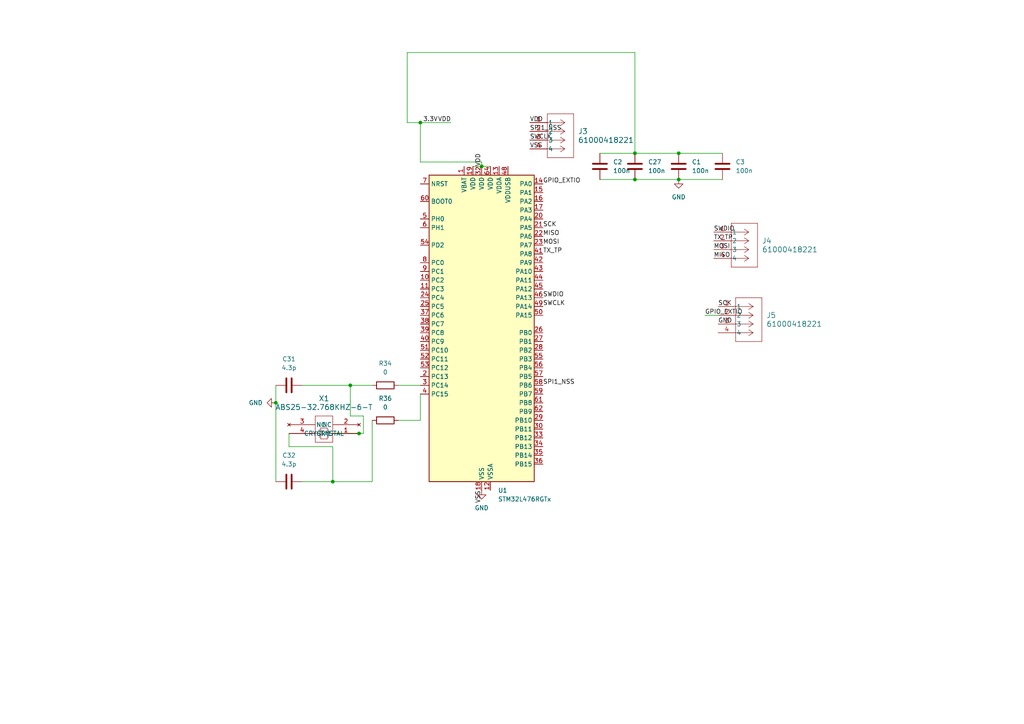
<source format=kicad_sch>
(kicad_sch (version 20231120) (generator "eeschema") (generator_version "8.0")
  (paper "A4")
  (lib_symbols
    (symbol "Crystal:ABS25-32.768KHZ-6-T" (pin_names (offset 0.254))
      (property "Reference" "X" (at 10.16 7.62 0))
      (property "Value" "ABS25-32.768KHZ-6-T" (at 10.16 5.08 0))
      (symbol "ABS25-32.768KHZ-6-T_0_1"
        (polyline (pts (xy 7.62 -5.08) (xy 12.7 -5.08)) (stroke (width 0.127)))
        (polyline (pts (xy 7.62 0) (xy 8.89 0)) (stroke (width 0.127)))
        (polyline (pts (xy 7.62 2.54) (xy 7.62 -5.08)) (stroke (width 0.127)))
        (polyline (pts (xy 8.89 1.27) (xy 8.89 -1.27)) (stroke (width 0.127)))
        (polyline (pts (xy 9.2075 -1.5875) (xy 11.1125 -1.5875)) (stroke (width 0.127)))
        (polyline (pts (xy 9.2075 1.5875) (xy 9.2075 -1.5875)) (stroke (width 0.127)))
        (polyline (pts (xy 9.2075 1.5875) (xy 11.1125 1.5875)) (stroke (width 0.127)))
        (polyline (pts (xy 11.1125 1.5875) (xy 11.1125 -1.5875)) (stroke (width 0.127)))
        (polyline (pts (xy 11.43 0) (xy 12.7 0)) (stroke (width 0.127)))
        (polyline (pts (xy 11.43 1.27) (xy 11.43 -1.27)) (stroke (width 0.127)))
        (polyline (pts (xy 12.7 -5.08) (xy 12.7 2.54)) (stroke (width 0.127)))
        (polyline (pts (xy 12.7 2.54) (xy 7.62 2.54)) (stroke (width 0.127)))
        (pin unspecified line (at 0 0 0) (length 7.62) (name "CRYSTAL") (number "1"))
        (pin no_connect line (at 0 -2.54 0) (length 7.62) (name "NC") (number "2"))
        (pin no_connect line (at 20.32 -2.54 180) (length 7.62) (name "NC") (number "3"))
        (pin unspecified line (at 20.32 0 180) (length 7.62) (name "CRYSTAL") (number "4"))
      )
    )
    (symbol "Device:C" (pin_numbers hide) (pin_names (offset 0.254))
      (property "Reference" "C" (at 0.635 2.54 0))
      (property "Value" "C" (at 0.635 -2.54 0))
      (symbol "C_0_1"
        (polyline (pts (xy -2.032 -0.762) (xy 2.032 -0.762)) (stroke (width 0.508)))
        (polyline (pts (xy -2.032 0.762) (xy 2.032 0.762)) (stroke (width 0.508)))
      )
      (symbol "C_1_1"
        (pin passive line (at 0 3.81 270) (length 2.794) (name "~") (number "1"))
        (pin passive line (at 0 -3.81 90) (length 2.794) (name "~") (number "2"))
      )
    )
    (symbol "Device:R" (pin_numbers hide) (pin_names (offset 0))
      (property "Reference" "R" (at 2.032 0 90))
      (property "Value" "R" (at 0 0 90))
      (symbol "R_0_1"
        (rectangle (start -1.016 -2.54) (end 1.016 2.54) (stroke (width 0.254)))
      )
      (symbol "R_1_1"
        (pin passive line (at 0 3.81 270) (length 1.27) (name "~") (number "1"))
        (pin passive line (at 0 -3.81 90) (length 1.27) (name "~") (number "2"))
      )
    )
    (symbol "MCU_ST_STM32L4:STM32L476RGTx"
      (property "Reference" "U" (at -15.24 46.99 0))
      (property "Value" "STM32L476RGTx" (at 10.16 46.99 0))
      (symbol "STM32L476RGTx_0_1"
        (rectangle (start -15.24 -43.18) (end 15.24 45.72) (stroke (width 0.254)) (fill (type background)))
      )
      (symbol "STM32L476RGTx_1_1"
        (pin power_in line (at -5.08 48.26 270) (length 2.54) (name "VBAT") (number "1"))
        (pin bidirectional line (at -17.78 15.24 0) (length 2.54) (name "PC2") (number "10"))
        (pin bidirectional line (at -17.78 12.7 0) (length 2.54) (name "PC3") (number "11"))
        (pin power_in line (at 2.54 -45.72 90) (length 2.54) (name "VSSA") (number "12"))
        (pin power_in line (at 5.08 48.26 270) (length 2.54) (name "VDDA") (number "13"))
        (pin bidirectional line (at 17.78 43.18 180) (length 2.54) (name "PA0") (number "14"))
        (pin bidirectional line (at 17.78 40.64 180) (length 2.54) (name "PA1") (number "15"))
        (pin bidirectional line (at 17.78 38.1 180) (length 2.54) (name "PA2") (number "16"))
        (pin bidirectional line (at 17.78 35.56 180) (length 2.54) (name "PA3") (number "17"))
        (pin power_in line (at 0 -45.72 90) (length 2.54) (name "VSS") (number "18"))
        (pin power_in line (at -2.54 48.26 270) (length 2.54) (name "VDD") (number "19"))
        (pin bidirectional line (at -17.78 -12.7 0) (length 2.54) (name "PC13") (number "2"))
        (pin bidirectional line (at 17.78 33.02 180) (length 2.54) (name "PA4") (number "20"))
        (pin bidirectional line (at 17.78 30.48 180) (length 2.54) (name "PA5") (number "21"))
        (pin bidirectional line (at 17.78 27.94 180) (length 2.54) (name "PA6") (number "22"))
        (pin bidirectional line (at 17.78 25.4 180) (length 2.54) (name "PA7") (number "23"))
        (pin bidirectional line (at -17.78 10.16 0) (length 2.54) (name "PC4") (number "24"))
        (pin bidirectional line (at -17.78 7.62 0) (length 2.54) (name "PC5") (number "25"))
        (pin bidirectional line (at 17.78 0 180) (length 2.54) (name "PB0") (number "26"))
        (pin bidirectional line (at 17.78 -2.54 180) (length 2.54) (name "PB1") (number "27"))
        (pin bidirectional line (at 17.78 -5.08 180) (length 2.54) (name "PB2") (number "28"))
        (pin bidirectional line (at 17.78 -25.4 180) (length 2.54) (name "PB10") (number "29"))
        (pin bidirectional line (at -17.78 -15.24 0) (length 2.54) (name "PC14") (number "3"))
        (pin bidirectional line (at 17.78 -27.94 180) (length 2.54) (name "PB11") (number "30"))
        (pin passive line (at 0 -45.72 90) (length 2.54) hide (name "VSS") (number "31"))
        (pin power_in line (at 0 48.26 270) (length 2.54) (name "VDD") (number "32"))
        (pin bidirectional line (at 17.78 -30.48 180) (length 2.54) (name "PB12") (number "33"))
        (pin bidirectional line (at 17.78 -33.02 180) (length 2.54) (name "PB13") (number "34"))
        (pin bidirectional line (at 17.78 -35.56 180) (length 2.54) (name "PB14") (number "35"))
        (pin bidirectional line (at 17.78 -38.1 180) (length 2.54) (name "PB15") (number "36"))
        (pin bidirectional line (at -17.78 5.08 0) (length 2.54) (name "PC6") (number "37"))
        (pin bidirectional line (at -17.78 2.54 0) (length 2.54) (name "PC7") (number "38"))
        (pin bidirectional line (at -17.78 0 0) (length 2.54) (name "PC8") (number "39"))
        (pin bidirectional line (at -17.78 -17.78 0) (length 2.54) (name "PC15") (number "4"))
        (pin bidirectional line (at -17.78 -2.54 0) (length 2.54) (name "PC9") (number "40"))
        (pin bidirectional line (at 17.78 22.86 180) (length 2.54) (name "PA8") (number "41"))
        (pin bidirectional line (at 17.78 20.32 180) (length 2.54) (name "PA9") (number "42"))
        (pin bidirectional line (at 17.78 17.78 180) (length 2.54) (name "PA10") (number "43"))
        (pin bidirectional line (at 17.78 15.24 180) (length 2.54) (name "PA11") (number "44"))
        (pin bidirectional line (at 17.78 12.7 180) (length 2.54) (name "PA12") (number "45"))
        (pin bidirectional line (at 17.78 10.16 180) (length 2.54) (name "PA13") (number "46"))
        (pin passive line (at 0 -45.72 90) (length 2.54) hide (name "VSS") (number "47"))
        (pin power_in line (at 7.62 48.26 270) (length 2.54) (name "VDDUSB") (number "48"))
        (pin bidirectional line (at 17.78 7.62 180) (length 2.54) (name "PA14") (number "49"))
        (pin bidirectional line (at -17.78 33.02 0) (length 2.54) (name "PH0") (number "5"))
        (pin bidirectional line (at 17.78 5.08 180) (length 2.54) (name "PA15") (number "50"))
        (pin bidirectional line (at -17.78 -5.08 0) (length 2.54) (name "PC10") (number "51"))
        (pin bidirectional line (at -17.78 -7.62 0) (length 2.54) (name "PC11") (number "52"))
        (pin bidirectional line (at -17.78 -10.16 0) (length 2.54) (name "PC12") (number "53"))
        (pin bidirectional line (at -17.78 25.4 0) (length 2.54) (name "PD2") (number "54"))
        (pin bidirectional line (at 17.78 -7.62 180) (length 2.54) (name "PB3") (number "55"))
        (pin bidirectional line (at 17.78 -10.16 180) (length 2.54) (name "PB4") (number "56"))
        (pin bidirectional line (at 17.78 -12.7 180) (length 2.54) (name "PB5") (number "57"))
        (pin bidirectional line (at 17.78 -15.24 180) (length 2.54) (name "PB6") (number "58"))
        (pin bidirectional line (at 17.78 -17.78 180) (length 2.54) (name "PB7") (number "59"))
        (pin bidirectional line (at -17.78 30.48 0) (length 2.54) (name "PH1") (number "6"))
        (pin input line (at -17.78 38.1 0) (length 2.54) (name "BOOT0") (number "60"))
        (pin bidirectional line (at 17.78 -20.32 180) (length 2.54) (name "PB8") (number "61"))
        (pin bidirectional line (at 17.78 -22.86 180) (length 2.54) (name "PB9") (number "62"))
        (pin passive line (at 0 -45.72 90) (length 2.54) hide (name "VSS") (number "63"))
        (pin power_in line (at 2.54 48.26 270) (length 2.54) (name "VDD") (number "64"))
        (pin input line (at -17.78 43.18 0) (length 2.54) (name "NRST") (number "7"))
        (pin bidirectional line (at -17.78 20.32 0) (length 2.54) (name "PC0") (number "8"))
        (pin bidirectional line (at -17.78 17.78 0) (length 2.54) (name "PC1") (number "9"))
      )
    )
    (symbol "SMD Header:61000418221" (pin_names (offset 0.254))
      (property "Reference" "J" (at 8.89 6.35 0))
      (property "Value" "61000418221" (at 0 0 0))
      (symbol "61000418221_1_1"
        (polyline (pts (xy 5.08 -10.16) (xy 12.7 -10.16)) (stroke (width 0.127)))
        (polyline (pts (xy 5.08 2.54) (xy 5.08 -10.16)) (stroke (width 0.127)))
        (polyline (pts (xy 10.16 -7.62) (xy 5.08 -7.62)) (stroke (width 0.127)))
        (polyline (pts (xy 10.16 -7.62) (xy 8.89 -8.4667)) (stroke (width 0.127)))
        (polyline (pts (xy 10.16 -7.62) (xy 8.89 -6.7733)) (stroke (width 0.127)))
        (polyline (pts (xy 10.16 -5.08) (xy 5.08 -5.08)) (stroke (width 0.127)))
        (polyline (pts (xy 10.16 -5.08) (xy 8.89 -5.9267)) (stroke (width 0.127)))
        (polyline (pts (xy 10.16 -5.08) (xy 8.89 -4.2333)) (stroke (width 0.127)))
        (polyline (pts (xy 10.16 -2.54) (xy 5.08 -2.54)) (stroke (width 0.127)))
        (polyline (pts (xy 10.16 -2.54) (xy 8.89 -3.3867)) (stroke (width 0.127)))
        (polyline (pts (xy 10.16 -2.54) (xy 8.89 -1.6933)) (stroke (width 0.127)))
        (polyline (pts (xy 10.16 0) (xy 5.08 0)) (stroke (width 0.127)))
        (polyline (pts (xy 10.16 0) (xy 8.89 -0.8467)) (stroke (width 0.127)))
        (polyline (pts (xy 10.16 0) (xy 8.89 0.8467)) (stroke (width 0.127)))
        (polyline (pts (xy 12.7 -10.16) (xy 12.7 2.54)) (stroke (width 0.127)))
        (polyline (pts (xy 12.7 2.54) (xy 5.08 2.54)) (stroke (width 0.127)))
        (pin unspecified line (at 0 0 0) (length 5.08) (name "1") (number "1"))
        (pin unspecified line (at 0 -2.54 0) (length 5.08) (name "2") (number "2"))
        (pin unspecified line (at 0 -5.08 0) (length 5.08) (name "3") (number "3"))
        (pin unspecified line (at 0 -7.62 0) (length 5.08) (name "4") (number "4"))
      )
      (symbol "61000418221_1_2"
        (polyline (pts (xy 5.08 -10.16) (xy 12.7 -10.16)) (stroke (width 0.127)))
        (polyline (pts (xy 5.08 2.54) (xy 5.08 -10.16)) (stroke (width 0.127)))
        (polyline (pts (xy 7.62 -7.62) (xy 5.08 -7.62)) (stroke (width 0.127)))
        (polyline (pts (xy 7.62 -7.62) (xy 8.89 -8.4667)) (stroke (width 0.127)))
        (polyline (pts (xy 7.62 -7.62) (xy 8.89 -6.7733)) (stroke (width 0.127)))
        (polyline (pts (xy 7.62 -5.08) (xy 5.08 -5.08)) (stroke (width 0.127)))
        (polyline (pts (xy 7.62 -5.08) (xy 8.89 -5.9267)) (stroke (width 0.127)))
        (polyline (pts (xy 7.62 -5.08) (xy 8.89 -4.2333)) (stroke (width 0.127)))
        (polyline (pts (xy 7.62 -2.54) (xy 5.08 -2.54)) (stroke (width 0.127)))
        (polyline (pts (xy 7.62 -2.54) (xy 8.89 -3.3867)) (stroke (width 0.127)))
        (polyline (pts (xy 7.62 -2.54) (xy 8.89 -1.6933)) (stroke (width 0.127)))
        (polyline (pts (xy 7.62 0) (xy 5.08 0)) (stroke (width 0.127)))
        (polyline (pts (xy 7.62 0) (xy 8.89 -0.8467)) (stroke (width 0.127)))
        (polyline (pts (xy 7.62 0) (xy 8.89 0.8467)) (stroke (width 0.127)))
        (polyline (pts (xy 12.7 -10.16) (xy 12.7 2.54)) (stroke (width 0.127)))
        (polyline (pts (xy 12.7 2.54) (xy 5.08 2.54)) (stroke (width 0.127)))
        (pin unspecified line (at 0 0 0) (length 5.08) (name "1") (number "1"))
        (pin unspecified line (at 0 -2.54 0) (length 5.08) (name "2") (number "2"))
        (pin unspecified line (at 0 -5.08 0) (length 5.08) (name "3") (number "3"))
        (pin unspecified line (at 0 -7.62 0) (length 5.08) (name "4") (number "4"))
      )
    )
    (symbol "power:GND" (power) (pin_numbers hide) (pin_names (offset 0) hide)
      (property "Value" "GND" (at 0 -3.81 0))
      (symbol "GND_0_1"
        (polyline (pts (xy 0 0) (xy 0 -1.27) (xy 1.27 -1.27) (xy 0 -2.54) (xy -1.27 -1.27) (xy 0 -1.27)))
      )
      (symbol "GND_1_1"
        (pin power_in line (at 0 0 270) (length 0) (name "~") (number "1"))
      )
    )
  )
  (junction (at 101.6 111.76))
  (junction (at 184.15 52.07))
  (junction (at 80.01 116.84))
  (junction (at 196.85 52.07))
  (junction (at 184.15 44.45))
  (junction (at 121.92 35.56))
  (junction (at 196.85 44.45))
  (junction (at 139.7 48.26))
  (junction (at 104.14 125.73))
  (junction (at 96.52 139.7))
  (wire (pts (xy 96.52 139.7) (xy 107.95 139.7)))
  (wire (pts (xy 83.82 129.54) (xy 96.52 129.54)))
  (wire (pts (xy 184.15 15.24) (xy 118.11 15.24)))
  (wire (pts (xy 80.01 111.76) (xy 80.01 116.84)))
  (wire (pts (xy 96.52 129.54) (xy 96.52 139.7)))
  (wire (pts (xy 107.95 111.76) (xy 101.6 111.76)))
  (wire (pts (xy 137.16 48.26) (xy 139.7 48.26)))
  (wire (pts (xy 83.82 125.73) (xy 83.82 129.54)))
  (wire (pts (xy 107.95 121.92) (xy 107.95 139.7)))
  (wire (pts (xy 204.47 91.44) (xy 208.28 91.44)))
  (wire (pts (xy 184.15 44.45) (xy 196.85 44.45)))
  (wire (pts (xy 105.41 120.65) (xy 105.41 125.73)))
  (wire (pts (xy 118.11 15.24) (xy 118.11 35.56)))
  (wire (pts (xy 196.85 52.07) (xy 209.55 52.07)))
  (wire (pts (xy 101.6 120.65) (xy 105.41 120.65)))
  (wire (pts (xy 139.7 46.99) (xy 121.92 46.99)))
  (wire (pts (xy 139.7 48.26) (xy 139.7 46.99)))
  (wire (pts (xy 87.63 139.7) (xy 96.52 139.7)))
  (wire (pts (xy 173.99 52.07) (xy 184.15 52.07)))
  (wire (pts (xy 80.01 116.84) (xy 80.01 139.7)))
  (wire (pts (xy 121.92 121.92) (xy 121.92 114.3)))
  (wire (pts (xy 115.57 121.92) (xy 121.92 121.92)))
  (wire (pts (xy 118.11 35.56) (xy 121.92 35.56)))
  (wire (pts (xy 173.99 44.45) (xy 184.15 44.45)))
  (wire (pts (xy 121.92 35.56) (xy 130.81 35.56)))
  (wire (pts (xy 184.15 15.24) (xy 184.15 44.45)))
  (wire (pts (xy 121.92 46.99) (xy 121.92 35.56)))
  (wire (pts (xy 196.85 44.45) (xy 209.55 44.45)))
  (wire (pts (xy 101.6 111.76) (xy 101.6 120.65)))
  (wire (pts (xy 96.52 125.73) (xy 104.14 125.73)))
  (wire (pts (xy 184.15 52.07) (xy 196.85 52.07)))
  (wire (pts (xy 115.57 111.76) (xy 121.92 111.76)))
  (wire (pts (xy 139.7 48.26) (xy 142.24 48.26)))
  (wire (pts (xy 87.63 111.76) (xy 101.6 111.76)))
  (wire (pts (xy 105.41 125.73) (xy 104.14 125.73)))
  (label "GPIO_EXTIO" (at 204.47 91.44 0))
  (label "3.3V" (at 127 35.56 180))
  (label "VDD" (at 153.67 35.56 0))
  (label "VDD" (at 139.7 48.26 90))
  (label "TX_TP" (at 157.48 73.66 0))
  (label "" (at 196.85 44.45 270))
  (label "VSS" (at 139.7 142.24 270))
  (label "GPIO_EXTIO" (at 157.48 53.34 0))
  (label "MISO" (at 207.01 74.93 0))
  (label "SWCLK" (at 153.67 40.64 0))
  (label "MOSI" (at 207.01 72.39 0))
  (label "MISO" (at 157.48 68.58 0))
  (label "SPI1_NSS" (at 153.67 38.1 0))
  (label "VDD" (at 130.81 35.56 180))
  (label "SWDIO" (at 207.01 67.31 0))
  (label "SWDIO" (at 157.48 86.36 0))
  (label "TX_TP" (at 207.01 69.85 0))
  (label "SCK" (at 157.48 66.04 0))
  (label "GND" (at 208.28 93.98 0))
  (label "VSS" (at 153.67 43.18 0))
  (label "SCK" (at 208.28 88.9 0))
  (label "MOSI" (at 157.48 71.12 0))
  (label "SPI1_NSS" (at 157.48 111.76 0))
  (label "SWCLK" (at 157.48 88.9 0))
  (symbol (lib_id "Device:R") (at 111.76 111.76 90) (unit 1)
    (property "Reference" "R34" (at 111.76 105.41 90))
    (property "Value" "0" (at 111.76 107.95 90))
    (property "Footprint" "Resistor_SMD:R_0402_1005Metric_Pad0.72x0.64mm_HandSolder" (effects (hide yes)))
    (property "Description" "Resistor" (effects (hide yes)))
  )
  (symbol (lib_id "power:GND") (at 139.7 142.24 0) (unit 1)
    (property "Reference" "#PWR02" (effects (hide yes)))
    (property "Value" "GND" (at 139.7 147.32 0))
    (property "Description" "Power symbol creates a global label with name \"GND\" , ground" (effects (hide yes)))
  )
  (symbol (lib_id "MCU_ST_STM32L4:STM32L476RGTx") (at 139.7 96.52 0) (unit 1)
    (property "Reference" "U1" (at 144.4341 142.24 0) (effects (justify left)))
    (property "Value" "STM32L476RGTx" (at 144.4341 144.78 0) (effects (justify left)))
    (property "Footprint" "Package_QFP:LQFP-64_10x10mm_P0.5mm" (effects (hide yes)))
    (property "Datasheet" "https://www.st.com/resource/en/datasheet/stm32l476rg.pdf" (effects (hide yes)))
    (property "Description" "STMicroelectronics Arm Cortex-M4 MCU, 1024KB flash, 128KB RAM, 80 MHz, 1.71-3.6V, 51 GPIO, LQFP64" (effects (hide yes)))
  )
  (symbol (lib_id "Device:R") (at 111.76 121.92 90) (unit 1)
    (property "Reference" "R36" (at 111.76 115.57 90))
    (property "Value" "0" (at 111.76 118.11 90))
    (property "Footprint" "Resistor_SMD:R_0402_1005Metric_Pad0.72x0.64mm_HandSolder" (effects (hide yes)))
    (property "Description" "Resistor" (effects (hide yes)))
  )
  (symbol (lib_id "Device:C") (at 83.82 139.7 90) (unit 1)
    (property "Reference" "C32" (at 83.82 132.08 90))
    (property "Value" "4.3p" (at 83.82 134.62 90))
    (property "Footprint" "Capacitor_SMD:C_0402_1005Metric_Pad0.74x0.62mm_HandSolder" (effects (hide yes)))
    (property "Description" "Unpolarized capacitor" (effects (hide yes)))
  )
  (symbol (lib_id "SMD Header:61000418221") (at 207.01 67.31 0) (unit 1)
    (property "Reference" "J4" (at 220.98 69.8499 0) (effects (font (size 1.524 1.524)) (justify left)))
    (property "Value" "61000418221" (at 220.98 72.3899 0) (effects (font (size 1.524 1.524)) (justify left)))
    (property "Footprint" "61000418221_WRE" (effects (hide yes)))
    (property "Datasheet" "61000418221" (effects (hide yes)))
  )
  (symbol (lib_id "SMD Header:61000418221") (at 208.28 88.9 0) (unit 1)
    (property "Reference" "J5" (at 222.25 91.4399 0) (effects (font (size 1.524 1.524)) (justify left)))
    (property "Value" "61000418221" (at 222.25 93.9799 0) (effects (font (size 1.524 1.524)) (justify left)))
    (property "Footprint" "61000418221_WRE" (effects (hide yes)))
    (property "Datasheet" "61000418221" (effects (hide yes)))
  )
  (symbol (lib_id "Device:C") (at 173.99 48.26 180) (unit 1)
    (property "Reference" "C2" (at 177.8 46.9899 0) (effects (justify right)))
    (property "Value" "100n" (at 177.8 49.5299 0) (effects (justify right)))
    (property "Footprint" "Capacitor_SMD:C_0402_1005Metric_Pad0.74x0.62mm_HandSolder" (effects (hide yes)))
    (property "Description" "Unpolarized capacitor" (effects (hide yes)))
  )
  (symbol (lib_id "Device:C") (at 83.82 111.76 90) (unit 1)
    (property "Reference" "C31" (at 83.82 104.14 90))
    (property "Value" "4.3p" (at 83.82 106.68 90))
    (property "Footprint" "Capacitor_SMD:C_0402_1005Metric_Pad0.74x0.62mm_HandSolder" (effects (hide yes)))
    (property "Description" "Unpolarized capacitor" (effects (hide yes)))
  )
  (symbol (lib_id "Device:C") (at 209.55 48.26 180) (unit 1)
    (property "Reference" "C3" (at 213.36 46.9899 0) (effects (justify right)))
    (property "Value" "100n" (at 213.36 49.5299 0) (effects (justify right)))
    (property "Footprint" "Capacitor_SMD:C_0402_1005Metric_Pad0.74x0.62mm_HandSolder" (effects (hide yes)))
    (property "Description" "Unpolarized capacitor" (effects (hide yes)))
  )
  (symbol (lib_id "power:GND") (at 196.85 52.07 0) (unit 1)
    (property "Reference" "#PWR04" (effects (hide yes)))
    (property "Value" "GND" (at 196.85 57.15 0))
    (property "Description" "Power symbol creates a global label with name \"GND\" , ground" (effects (hide yes)))
  )
  (symbol (lib_id "power:GND") (at 80.01 116.84 270) (unit 1)
    (property "Reference" "#PWR03" (effects (hide yes)))
    (property "Value" "GND" (at 76.2 116.8399 90) (effects (justify right)))
    (property "Description" "Power symbol creates a global label with name \"GND\" , ground" (effects (hide yes)))
  )
  (symbol (lib_id "Device:C") (at 184.15 48.26 180) (unit 1)
    (property "Reference" "C27" (at 187.96 46.9899 0) (effects (justify right)))
    (property "Value" "100n" (at 187.96 49.5299 0) (effects (justify right)))
    (property "Footprint" "Capacitor_SMD:C_0402_1005Metric_Pad0.74x0.62mm_HandSolder" (effects (hide yes)))
    (property "Description" "Unpolarized capacitor" (effects (hide yes)))
  )
  (symbol (lib_id "SMD Header:61000418221") (at 153.67 35.56 0) (unit 1)
    (property "Reference" "J3" (at 167.64 38.0999 0) (effects (font (size 1.524 1.524)) (justify left)))
    (property "Value" "61000418221" (at 167.64 40.6399 0) (effects (font (size 1.524 1.524)) (justify left)))
    (property "Footprint" "61000418221_WRE" (effects (hide yes)))
    (property "Datasheet" "61000418221" (effects (hide yes)))
  )
  (symbol (lib_id "Device:C") (at 196.85 48.26 180) (unit 1)
    (property "Reference" "C1" (at 200.66 46.9899 0) (effects (justify right)))
    (property "Value" "100n" (at 200.66 49.5299 0) (effects (justify right)))
    (property "Footprint" "Capacitor_SMD:C_0402_1005Metric_Pad0.74x0.62mm_HandSolder" (effects (hide yes)))
    (property "Description" "Unpolarized capacitor" (effects (hide yes)))
  )
  (symbol (lib_id "Crystal:ABS25-32.768KHZ-6-T") (at 104.14 125.73 180) (unit 1)
    (property "Reference" "X1" (at 93.98 115.57 0) (effects (font (size 1.524 1.524))))
    (property "Value" "ABS25-32.768KHZ-6-T" (at 93.98 118.11 0) (effects (font (size 1.524 1.524))))
    (property "Footprint" "X_ABS25_ABR" (effects (hide yes)))
    (property "Datasheet" "ABS25-32.768KHZ-6-T" (effects (hide yes)))
  )
)
</source>
